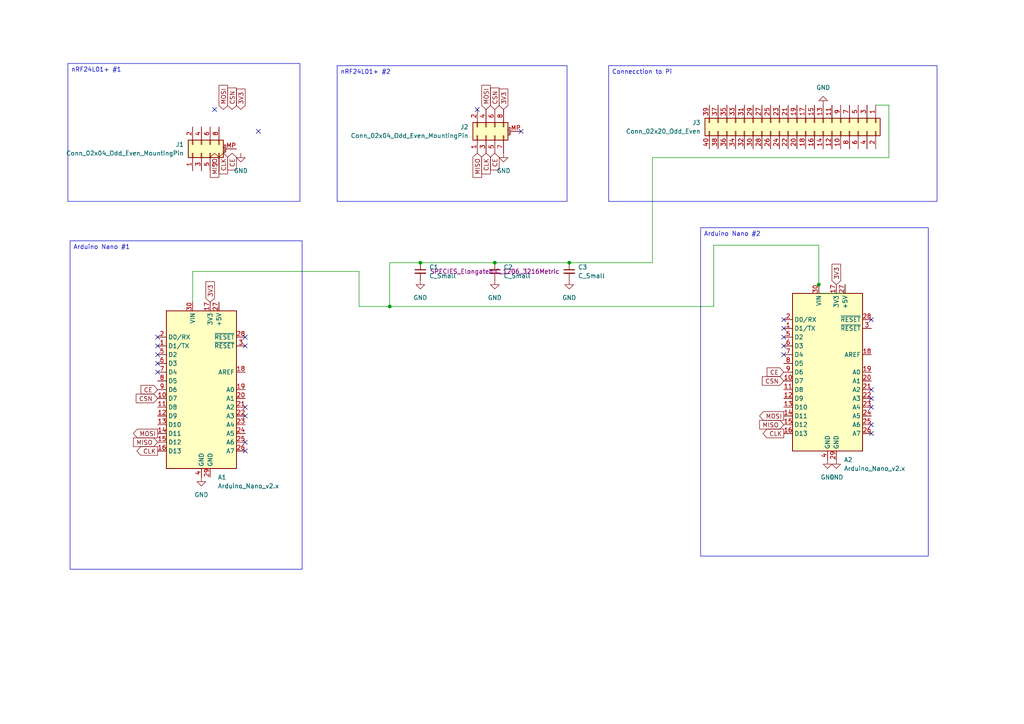
<source format=kicad_sch>
(kicad_sch (version 20231120) (generator "eeschema") (generator_version "8.0")
  (paper "A4")
  (lib_symbols
    (symbol "Connector_Generic:Conn_02x20_Odd_Even" (pin_names (offset 1.016) hide)
      (property "Reference" "J" (at 1.27 25.4 0))
      (property "Value" "Conn_02x20_Odd_Even" (at 1.27 -27.94 0))
      (symbol "Conn_02x20_Odd_Even_1_1"
        (rectangle (start -1.27 -25.273) (end 0 -25.527) (stroke (width 0.1524)))
        (rectangle (start -1.27 -22.733) (end 0 -22.987) (stroke (width 0.1524)))
        (rectangle (start -1.27 -20.193) (end 0 -20.447) (stroke (width 0.1524)))
        (rectangle (start -1.27 -17.653) (end 0 -17.907) (stroke (width 0.1524)))
        (rectangle (start -1.27 -15.113) (end 0 -15.367) (stroke (width 0.1524)))
        (rectangle (start -1.27 -12.573) (end 0 -12.827) (stroke (width 0.1524)))
        (rectangle (start -1.27 -10.033) (end 0 -10.287) (stroke (width 0.1524)))
        (rectangle (start -1.27 -7.493) (end 0 -7.747) (stroke (width 0.1524)))
        (rectangle (start -1.27 -4.953) (end 0 -5.207) (stroke (width 0.1524)))
        (rectangle (start -1.27 -2.413) (end 0 -2.667) (stroke (width 0.1524)))
        (rectangle (start -1.27 0.127) (end 0 -0.127) (stroke (width 0.1524)))
        (rectangle (start -1.27 2.667) (end 0 2.413) (stroke (width 0.1524)))
        (rectangle (start -1.27 5.207) (end 0 4.953) (stroke (width 0.1524)))
        (rectangle (start -1.27 7.747) (end 0 7.493) (stroke (width 0.1524)))
        (rectangle (start -1.27 10.287) (end 0 10.033) (stroke (width 0.1524)))
        (rectangle (start -1.27 12.827) (end 0 12.573) (stroke (width 0.1524)))
        (rectangle (start -1.27 15.367) (end 0 15.113) (stroke (width 0.1524)))
        (rectangle (start -1.27 17.907) (end 0 17.653) (stroke (width 0.1524)))
        (rectangle (start -1.27 20.447) (end 0 20.193) (stroke (width 0.1524)))
        (rectangle (start -1.27 22.987) (end 0 22.733) (stroke (width 0.1524)))
        (rectangle (start -1.27 24.13) (end 3.81 -26.67) (stroke (width 0.254)) (fill (type background)))
        (rectangle (start 3.81 -25.273) (end 2.54 -25.527) (stroke (width 0.1524)))
        (rectangle (start 3.81 -22.733) (end 2.54 -22.987) (stroke (width 0.1524)))
        (rectangle (start 3.81 -20.193) (end 2.54 -20.447) (stroke (width 0.1524)))
        (rectangle (start 3.81 -17.653) (end 2.54 -17.907) (stroke (width 0.1524)))
        (rectangle (start 3.81 -15.113) (end 2.54 -15.367) (stroke (width 0.1524)))
        (rectangle (start 3.81 -12.573) (end 2.54 -12.827) (stroke (width 0.1524)))
        (rectangle (start 3.81 -10.033) (end 2.54 -10.287) (stroke (width 0.1524)))
        (rectangle (start 3.81 -7.493) (end 2.54 -7.747) (stroke (width 0.1524)))
        (rectangle (start 3.81 -4.953) (end 2.54 -5.207) (stroke (width 0.1524)))
        (rectangle (start 3.81 -2.413) (end 2.54 -2.667) (stroke (width 0.1524)))
        (rectangle (start 3.81 0.127) (end 2.54 -0.127) (stroke (width 0.1524)))
        (rectangle (start 3.81 2.667) (end 2.54 2.413) (stroke (width 0.1524)))
        (rectangle (start 3.81 5.207) (end 2.54 4.953) (stroke (width 0.1524)))
        (rectangle (start 3.81 7.747) (end 2.54 7.493) (stroke (width 0.1524)))
        (rectangle (start 3.81 10.287) (end 2.54 10.033) (stroke (width 0.1524)))
        (rectangle (start 3.81 12.827) (end 2.54 12.573) (stroke (width 0.1524)))
        (rectangle (start 3.81 15.367) (end 2.54 15.113) (stroke (width 0.1524)))
        (rectangle (start 3.81 17.907) (end 2.54 17.653) (stroke (width 0.1524)))
        (rectangle (start 3.81 20.447) (end 2.54 20.193) (stroke (width 0.1524)))
        (rectangle (start 3.81 22.987) (end 2.54 22.733) (stroke (width 0.1524)))
        (pin passive line (at -5.08 22.86 0) (length 3.81) (name "Pin_1") (number "1"))
        (pin passive line (at 7.62 12.7 180) (length 3.81) (name "Pin_10") (number "10"))
        (pin passive line (at -5.08 10.16 0) (length 3.81) (name "Pin_11") (number "11"))
        (pin passive line (at 7.62 10.16 180) (length 3.81) (name "Pin_12") (number "12"))
        (pin passive line (at -5.08 7.62 0) (length 3.81) (name "Pin_13") (number "13"))
        (pin passive line (at 7.62 7.62 180) (length 3.81) (name "Pin_14") (number "14"))
        (pin passive line (at -5.08 5.08 0) (length 3.81) (name "Pin_15") (number "15"))
        (pin passive line (at 7.62 5.08 180) (length 3.81) (name "Pin_16") (number "16"))
        (pin passive line (at -5.08 2.54 0) (length 3.81) (name "Pin_17") (number "17"))
        (pin passive line (at 7.62 2.54 180) (length 3.81) (name "Pin_18") (number "18"))
        (pin passive line (at -5.08 0 0) (length 3.81) (name "Pin_19") (number "19"))
        (pin passive line (at 7.62 22.86 180) (length 3.81) (name "Pin_2") (number "2"))
        (pin passive line (at 7.62 0 180) (length 3.81) (name "Pin_20") (number "20"))
        (pin passive line (at -5.08 -2.54 0) (length 3.81) (name "Pin_21") (number "21"))
        (pin passive line (at 7.62 -2.54 180) (length 3.81) (name "Pin_22") (number "22"))
        (pin passive line (at -5.08 -5.08 0) (length 3.81) (name "Pin_23") (number "23"))
        (pin passive line (at 7.62 -5.08 180) (length 3.81) (name "Pin_24") (number "24"))
        (pin passive line (at -5.08 -7.62 0) (length 3.81) (name "Pin_25") (number "25"))
        (pin passive line (at 7.62 -7.62 180) (length 3.81) (name "Pin_26") (number "26"))
        (pin passive line (at -5.08 -10.16 0) (length 3.81) (name "Pin_27") (number "27"))
        (pin passive line (at 7.62 -10.16 180) (length 3.81) (name "Pin_28") (number "28"))
        (pin passive line (at -5.08 -12.7 0) (length 3.81) (name "Pin_29") (number "29"))
        (pin passive line (at -5.08 20.32 0) (length 3.81) (name "Pin_3") (number "3"))
        (pin passive line (at 7.62 -12.7 180) (length 3.81) (name "Pin_30") (number "30"))
        (pin passive line (at -5.08 -15.24 0) (length 3.81) (name "Pin_31") (number "31"))
        (pin passive line (at 7.62 -15.24 180) (length 3.81) (name "Pin_32") (number "32"))
        (pin passive line (at -5.08 -17.78 0) (length 3.81) (name "Pin_33") (number "33"))
        (pin passive line (at 7.62 -17.78 180) (length 3.81) (name "Pin_34") (number "34"))
        (pin passive line (at -5.08 -20.32 0) (length 3.81) (name "Pin_35") (number "35"))
        (pin passive line (at 7.62 -20.32 180) (length 3.81) (name "Pin_36") (number "36"))
        (pin passive line (at -5.08 -22.86 0) (length 3.81) (name "Pin_37") (number "37"))
        (pin passive line (at 7.62 -22.86 180) (length 3.81) (name "Pin_38") (number "38"))
        (pin passive line (at -5.08 -25.4 0) (length 3.81) (name "Pin_39") (number "39"))
        (pin passive line (at 7.62 20.32 180) (length 3.81) (name "Pin_4") (number "4"))
        (pin passive line (at 7.62 -25.4 180) (length 3.81) (name "Pin_40") (number "40"))
        (pin passive line (at -5.08 17.78 0) (length 3.81) (name "Pin_5") (number "5"))
        (pin passive line (at 7.62 17.78 180) (length 3.81) (name "Pin_6") (number "6"))
        (pin passive line (at -5.08 15.24 0) (length 3.81) (name "Pin_7") (number "7"))
        (pin passive line (at 7.62 15.24 180) (length 3.81) (name "Pin_8") (number "8"))
        (pin passive line (at -5.08 12.7 0) (length 3.81) (name "Pin_9") (number "9"))
      )
    )
    (symbol "Connector_Generic_MountingPin:Conn_02x04_Odd_Even_MountingPin" (pin_names (offset 1.016) hide)
      (property "Reference" "J" (at 1.27 5.08 0))
      (property "Value" "Conn_02x04_Odd_Even_MountingPin" (at 2.54 -7.62 0))
      (symbol "Conn_02x04_Odd_Even_MountingPin_1_1"
        (rectangle (start -1.27 -4.953) (end 0 -5.207) (stroke (width 0.1524)))
        (rectangle (start -1.27 -2.413) (end 0 -2.667) (stroke (width 0.1524)))
        (rectangle (start -1.27 0.127) (end 0 -0.127) (stroke (width 0.1524)))
        (rectangle (start -1.27 2.667) (end 0 2.413) (stroke (width 0.1524)))
        (rectangle (start -1.27 3.81) (end 3.81 -6.35) (stroke (width 0.254)) (fill (type background)))
        (polyline (pts (xy 0.254 -7.112) (xy 2.286 -7.112)) (stroke (width 0.1524)))
        (rectangle (start 3.81 -4.953) (end 2.54 -5.207) (stroke (width 0.1524)))
        (rectangle (start 3.81 -2.413) (end 2.54 -2.667) (stroke (width 0.1524)))
        (rectangle (start 3.81 0.127) (end 2.54 -0.127) (stroke (width 0.1524)))
        (rectangle (start 3.81 2.667) (end 2.54 2.413) (stroke (width 0.1524)))
        (text "Mounting" (at 1.27 -6.731 0) (effects (font (size 0.381 0.381))))
        (pin passive line (at -5.08 2.54 0) (length 3.81) (name "Pin_1") (number "1"))
        (pin passive line (at 7.62 2.54 180) (length 3.81) (name "Pin_2") (number "2"))
        (pin passive line (at -5.08 0 0) (length 3.81) (name "Pin_3") (number "3"))
        (pin passive line (at 7.62 0 180) (length 3.81) (name "Pin_4") (number "4"))
        (pin passive line (at -5.08 -2.54 0) (length 3.81) (name "Pin_5") (number "5"))
        (pin passive line (at 7.62 -2.54 180) (length 3.81) (name "Pin_6") (number "6"))
        (pin passive line (at -5.08 -5.08 0) (length 3.81) (name "Pin_7") (number "7"))
        (pin passive line (at 7.62 -5.08 180) (length 3.81) (name "Pin_8") (number "8"))
        (pin passive line (at 1.27 -10.16 90) (length 3.048) (name "MountPin") (number "MP"))
      )
    )
    (symbol "Device:C_Small" (pin_numbers hide) (pin_names (offset 0.254) hide)
      (property "Reference" "C" (at 0.254 1.778 0))
      (property "Value" "C_Small" (at 0.254 -2.032 0))
      (symbol "C_Small_0_1"
        (polyline (pts (xy -1.524 -0.508) (xy 1.524 -0.508)) (stroke (width 0.3302)))
        (polyline (pts (xy -1.524 0.508) (xy 1.524 0.508)) (stroke (width 0.3048)))
      )
      (symbol "C_Small_1_1"
        (pin passive line (at 0 2.54 270) (length 2.032) (name "~") (number "1"))
        (pin passive line (at 0 -2.54 90) (length 2.032) (name "~") (number "2"))
      )
    )
    (symbol "MCU_Module:Arduino_Nano_v2.x"
      (property "Reference" "A" (at -10.16 23.495 0))
      (property "Value" "Arduino_Nano_v2.x" (at 5.08 -24.13 0))
      (symbol "Arduino_Nano_v2.x_0_1"
        (rectangle (start -10.16 22.86) (end 10.16 -22.86) (stroke (width 0.254)) (fill (type background)))
      )
      (symbol "Arduino_Nano_v2.x_1_1"
        (pin bidirectional line (at -12.7 12.7 0) (length 2.54) (name "D1/TX") (number "1"))
        (pin bidirectional line (at -12.7 -2.54 0) (length 2.54) (name "D7") (number "10"))
        (pin bidirectional line (at -12.7 -5.08 0) (length 2.54) (name "D8") (number "11"))
        (pin bidirectional line (at -12.7 -7.62 0) (length 2.54) (name "D9") (number "12"))
        (pin bidirectional line (at -12.7 -10.16 0) (length 2.54) (name "D10") (number "13"))
        (pin bidirectional line (at -12.7 -12.7 0) (length 2.54) (name "D11") (number "14"))
        (pin bidirectional line (at -12.7 -15.24 0) (length 2.54) (name "D12") (number "15"))
        (pin bidirectional line (at -12.7 -17.78 0) (length 2.54) (name "D13") (number "16"))
        (pin power_out line (at 2.54 25.4 270) (length 2.54) (name "3V3") (number "17"))
        (pin input line (at 12.7 5.08 180) (length 2.54) (name "AREF") (number "18"))
        (pin bidirectional line (at 12.7 0 180) (length 2.54) (name "A0") (number "19"))
        (pin bidirectional line (at -12.7 15.24 0) (length 2.54) (name "D0/RX") (number "2"))
        (pin bidirectional line (at 12.7 -2.54 180) (length 2.54) (name "A1") (number "20"))
        (pin bidirectional line (at 12.7 -5.08 180) (length 2.54) (name "A2") (number "21"))
        (pin bidirectional line (at 12.7 -7.62 180) (length 2.54) (name "A3") (number "22"))
        (pin bidirectional line (at 12.7 -10.16 180) (length 2.54) (name "A4") (number "23"))
        (pin bidirectional line (at 12.7 -12.7 180) (length 2.54) (name "A5") (number "24"))
        (pin bidirectional line (at 12.7 -15.24 180) (length 2.54) (name "A6") (number "25"))
        (pin bidirectional line (at 12.7 -17.78 180) (length 2.54) (name "A7") (number "26"))
        (pin power_out line (at 5.08 25.4 270) (length 2.54) (name "+5V") (number "27"))
        (pin input line (at 12.7 15.24 180) (length 2.54) (name "~{RESET}") (number "28"))
        (pin power_in line (at 2.54 -25.4 90) (length 2.54) (name "GND") (number "29"))
        (pin input line (at 12.7 12.7 180) (length 2.54) (name "~{RESET}") (number "3"))
        (pin power_in line (at -2.54 25.4 270) (length 2.54) (name "VIN") (number "30"))
        (pin power_in line (at 0 -25.4 90) (length 2.54) (name "GND") (number "4"))
        (pin bidirectional line (at -12.7 10.16 0) (length 2.54) (name "D2") (number "5"))
        (pin bidirectional line (at -12.7 7.62 0) (length 2.54) (name "D3") (number "6"))
        (pin bidirectional line (at -12.7 5.08 0) (length 2.54) (name "D4") (number "7"))
        (pin bidirectional line (at -12.7 2.54 0) (length 2.54) (name "D5") (number "8"))
        (pin bidirectional line (at -12.7 0 0) (length 2.54) (name "D6") (number "9"))
      )
    )
    (symbol "power:GND" (power) (pin_numbers hide) (pin_names (offset 0) hide)
      (property "Value" "GND" (at 0 -3.81 0))
      (symbol "GND_0_1"
        (polyline (pts (xy 0 0) (xy 0 -1.27) (xy 1.27 -1.27) (xy 0 -2.54) (xy -1.27 -1.27) (xy 0 -1.27)))
      )
      (symbol "GND_1_1"
        (pin power_in line (at 0 0 270) (length 0) (name "~") (number "1"))
      )
    )
  )
  (junction (at 143.51 76.2))
  (junction (at 237.49 82.55))
  (junction (at 121.92 76.2))
  (junction (at 165.1 76.2))
  (junction (at 113.03 88.9))
  (no_connect (at 45.72 100.33))
  (no_connect (at 227.33 95.25))
  (no_connect (at 138.43 31.75))
  (no_connect (at 252.73 92.71))
  (no_connect (at 71.12 97.79))
  (no_connect (at 227.33 97.79))
  (no_connect (at 252.73 125.73))
  (no_connect (at 45.72 105.41))
  (no_connect (at 74.93 38.1))
  (no_connect (at 71.12 120.65))
  (no_connect (at 45.72 102.87))
  (no_connect (at 227.33 92.71))
  (no_connect (at 45.72 107.95))
  (no_connect (at 62.23 31.75))
  (no_connect (at 71.12 130.81))
  (no_connect (at 71.12 128.27))
  (no_connect (at 151.13 38.1))
  (no_connect (at 71.12 100.33))
  (no_connect (at 71.12 118.11))
  (no_connect (at 227.33 100.33))
  (no_connect (at 252.73 113.03))
  (no_connect (at 227.33 102.87))
  (no_connect (at 252.73 123.19))
  (no_connect (at 252.73 118.11))
  (no_connect (at 45.72 97.79))
  (no_connect (at 252.73 115.57))
  (wire (pts (xy 237.49 71.12) (xy 237.49 82.55)))
  (wire (pts (xy 245.11 85.09) (xy 245.11 82.55)))
  (wire (pts (xy 189.23 45.72) (xy 257.81 45.72)))
  (wire (pts (xy 143.51 76.2) (xy 165.1 76.2)))
  (wire (pts (xy 121.92 76.2) (xy 143.51 76.2)))
  (wire (pts (xy 257.81 30.48) (xy 257.81 45.72)))
  (wire (pts (xy 104.14 78.74) (xy 104.14 88.9)))
  (wire (pts (xy 237.49 85.09) (xy 245.11 85.09)))
  (wire (pts (xy 113.03 76.2) (xy 113.03 88.9)))
  (wire (pts (xy 104.14 88.9) (xy 113.03 88.9)))
  (wire (pts (xy 113.03 88.9) (xy 207.01 88.9)))
  (wire (pts (xy 165.1 76.2) (xy 189.23 76.2)))
  (wire (pts (xy 189.23 76.2) (xy 189.23 45.72)))
  (wire (pts (xy 254 30.48) (xy 257.81 30.48)))
  (wire (pts (xy 55.88 78.74) (xy 55.88 87.63)))
  (wire (pts (xy 207.01 88.9) (xy 207.01 71.12)))
  (wire (pts (xy 121.92 76.2) (xy 113.03 76.2)))
  (wire (pts (xy 237.49 82.55) (xy 237.49 85.09)))
  (wire (pts (xy 207.01 71.12) (xy 237.49 71.12)))
  (wire (pts (xy 104.14 78.74) (xy 55.88 78.74)))
  (text_box "Arduino Nano #2\n" (at 203.2 66.04 0) (size 66.04 95.25) (effects (font (size 1.27 1.27)) (justify left top)))
  (text_box "Arduino Nano #1\n" (at 20.32 69.85 0) (size 67.31 95.25) (effects (font (size 1.27 1.27)) (justify left top)))
  (text_box "nRF24L01+ #1\n" (at 19.685 18.415 0) (size 67.31 40.005) (effects (font (size 1.27 1.27)) (justify left top)))
  (text_box "nRF24L01+ #2" (at 97.79 19.05 0) (size 66.675 39.37) (effects (font (size 1.27 1.27)) (justify left top)))
  (text_box "Connecction to Pi" (at 176.53 19.05 0) (size 95.25 39.37) (effects (font (size 1.27 1.27)) (justify left top)))
  (global_label "CLK" (shape input) (at 64.77 44.45 270) (property "Intersheetrefs" "${INTERSHEET_REFS}" (effects (hide yes))))
  (global_label "CE" (shape input) (at 67.31 44.45 270) (property "Intersheetrefs" "${INTERSHEET_REFS}" (effects (hide yes))))
  (global_label "3V3" (shape input) (at 69.85 31.75 90) (property "Intersheetrefs" "${INTERSHEET_REFS}" (effects (hide yes))))
  (global_label "MISO" (shape input) (at 62.23 44.45 270) (property "Intersheetrefs" "${INTERSHEET_REFS}" (effects (hide yes))))
  (global_label "MOSI" (shape output) (at 45.72 125.73 180) (property "Intersheetrefs" "${INTERSHEET_REFS}" (effects (hide yes))))
  (global_label "CE" (shape input) (at 227.33 107.95 180) (property "Intersheetrefs" "${INTERSHEET_REFS}" (effects (hide yes))))
  (global_label "MOSI" (shape input) (at 140.97 31.75 90) (property "Intersheetrefs" "${INTERSHEET_REFS}" (effects (hide yes))))
  (global_label "MOSI" (shape output) (at 227.33 120.65 180) (property "Intersheetrefs" "${INTERSHEET_REFS}" (effects (hide yes))))
  (global_label "CLK" (shape output) (at 45.72 130.81 180) (property "Intersheetrefs" "${INTERSHEET_REFS}" (effects (hide yes))))
  (global_label "CSN" (shape input) (at 67.31 31.75 90) (property "Intersheetrefs" "${INTERSHEET_REFS}" (effects (hide yes))))
  (global_label "CSN" (shape input) (at 45.72 115.57 180) (property "Intersheetrefs" "${INTERSHEET_REFS}" (effects (hide yes))))
  (global_label "CSN" (shape input) (at 227.33 110.49 180) (property "Intersheetrefs" "${INTERSHEET_REFS}" (effects (hide yes))))
  (global_label "MISO" (shape input) (at 45.72 128.27 180) (property "Intersheetrefs" "${INTERSHEET_REFS}" (effects (hide yes))))
  (global_label "CE" (shape input) (at 45.72 113.03 180) (property "Intersheetrefs" "${INTERSHEET_REFS}" (effects (hide yes))))
  (global_label "CE" (shape input) (at 143.51 44.45 270) (property "Intersheetrefs" "${INTERSHEET_REFS}" (effects (hide yes))))
  (global_label "3V3" (shape input) (at 146.05 31.75 90) (property "Intersheetrefs" "${INTERSHEET_REFS}" (effects (hide yes))))
  (global_label "MISO" (shape input) (at 138.43 44.45 270) (property "Intersheetrefs" "${INTERSHEET_REFS}" (effects (hide yes))))
  (global_label "CLK" (shape output) (at 227.33 125.73 180) (property "Intersheetrefs" "${INTERSHEET_REFS}" (effects (hide yes))))
  (global_label "3V3" (shape input) (at 60.96 87.63 90) (property "Intersheetrefs" "${INTERSHEET_REFS}" (effects (hide yes))))
  (global_label "3V3" (shape input) (at 242.57 82.55 90) (property "Intersheetrefs" "${INTERSHEET_REFS}" (effects (hide yes))))
  (global_label "CSN" (shape input) (at 143.51 31.75 90) (property "Intersheetrefs" "${INTERSHEET_REFS}" (effects (hide yes))))
  (global_label "MOSI" (shape input) (at 64.77 31.75 90) (property "Intersheetrefs" "${INTERSHEET_REFS}" (effects (hide yes))))
  (global_label "CLK" (shape input) (at 140.97 44.45 270) (property "Intersheetrefs" "${INTERSHEET_REFS}" (effects (hide yes))))
  (global_label "MISO" (shape input) (at 227.33 123.19 180) (property "Intersheetrefs" "${INTERSHEET_REFS}" (effects (hide yes))))
  (symbol (lib_id "power:GND") (at 242.57 133.35 0) (unit 1)
    (property "Reference" "#PWR08" (effects (hide yes)))
    (property "Value" "GND" (at 242.57 138.43 0))
    (property "Description" "Power symbol creates a global label with name \"GND\" , ground" (effects (hide yes)))
  )
  (symbol (lib_id "Device:C_Small") (at 143.51 78.74 0) (unit 1)
    (property "Reference" "C2" (at 146.05 77.4762 0) (effects (justify left)))
    (property "Value" "C_Small" (at 146.05 80.0162 0) (effects (justify left)))
    (property "Footprint" "SPECIES_Elongated:C_1206_3216Metric" (at 143.51 78.74 0))
    (property "Description" "Unpolarized capacitor, small symbol" (effects (hide yes)))
  )
  (symbol (lib_id "power:GND") (at 58.42 138.43 0) (unit 1)
    (property "Reference" "#PWR03" (effects (hide yes)))
    (property "Value" "GND" (at 58.42 143.51 0))
    (property "Description" "Power symbol creates a global label with name \"GND\" , ground" (effects (hide yes)))
  )
  (symbol (lib_id "power:GND") (at 69.85 44.45 0) (unit 1)
    (property "Reference" "#PWR04" (effects (hide yes)))
    (property "Value" "GND" (at 69.85 49.53 0))
    (property "Description" "Power symbol creates a global label with name \"GND\" , ground" (effects (hide yes)))
  )
  (symbol (lib_id "MCU_Module:Arduino_Nano_v2.x") (at 240.03 107.95 0) (unit 1)
    (property "Reference" "A2" (at 244.7641 133.35 0) (effects (justify left)))
    (property "Value" "Arduino_Nano_v2.x" (at 244.7641 135.89 0) (effects (justify left)))
    (property "Footprint" "Module:Arduino_Nano" (effects (hide yes)))
    (property "Datasheet" "https://www.arduino.cc/en/uploads/Main/ArduinoNanoManual23.pdf" (effects (hide yes)))
    (property "Description" "Arduino Nano v2.x" (effects (hide yes)))
  )
  (symbol (lib_id "power:GND") (at 165.1 81.28 0) (unit 1)
    (property "Reference" "#PWR07" (effects (hide yes)))
    (property "Value" "GND" (at 165.1 86.36 0))
    (property "Description" "Power symbol creates a global label with name \"GND\" , ground" (effects (hide yes)))
  )
  (symbol (lib_id "Connector_Generic_MountingPin:Conn_02x04_Odd_Even_MountingPin") (at 58.42 44.45 90) (unit 1)
    (property "Reference" "J1" (at 53.34 41.9099 90) (effects (justify left)))
    (property "Value" "Conn_02x04_Odd_Even_MountingPin" (at 53.34 44.4499 90) (effects (justify left)))
    (property "Footprint" "Connector_PinSocket_2.54mm:PinSocket_2x04_P2.54mm_Vertical" (effects (hide yes)))
    (property "Description" "Generic connectable mounting pin connector, double row, 02x04, odd/even pin numbering scheme (row 1 odd numbers, row 2 even numbers), script generated (kicad-library-utils/schlib/autogen/connector/)" (effects (hide yes)))
  )
  (symbol (lib_id "power:GND") (at 238.76 30.48 180) (unit 1)
    (property "Reference" "#PWR09" (effects (hide yes)))
    (property "Value" "GND" (at 238.76 25.4 0))
    (property "Description" "Power symbol creates a global label with name \"GND\" , ground" (effects (hide yes)))
  )
  (symbol (lib_id "Connector_Generic:Conn_02x20_Odd_Even") (at 231.14 35.56 270) (unit 1)
    (property "Reference" "J3" (at 203.2 35.5599 90) (effects (justify right)))
    (property "Value" "Conn_02x20_Odd_Even" (at 203.2 38.0999 90) (effects (justify right)))
    (property "Footprint" "Connector_PinSocket_2.54mm:PinSocket_2x20_P2.54mm_Vertical" (effects (hide yes)))
    (property "Description" "Generic connector, double row, 02x20, odd/even pin numbering scheme (row 1 odd numbers, row 2 even numbers), script generated (kicad-library-utils/schlib/autogen/connector/)" (effects (hide yes)))
  )
  (symbol (lib_id "Device:C_Small") (at 165.1 78.74 0) (unit 1)
    (property "Reference" "C3" (at 167.64 77.4762 0) (effects (justify left)))
    (property "Value" "C_Small" (at 167.64 80.0162 0) (effects (justify left)))
    (property "Footprint" "SPECIES_Elongated:C_1206_3216Metric" (effects (hide yes)))
    (property "Description" "Unpolarized capacitor, small symbol" (effects (hide yes)))
  )
  (symbol (lib_id "Device:C_Small") (at 121.92 78.74 0) (unit 1)
    (property "Reference" "C1" (at 124.46 77.4762 0) (effects (justify left)))
    (property "Value" "C_Small" (at 124.46 80.0162 0) (effects (justify left)))
    (property "Footprint" "SPECIES_Elongated:C_1206_3216Metric" (effects (hide yes)))
    (property "Description" "Unpolarized capacitor, small symbol" (effects (hide yes)))
  )
  (symbol (lib_id "power:GND") (at 121.92 81.28 0) (unit 1)
    (property "Reference" "#PWR05" (effects (hide yes)))
    (property "Value" "GND" (at 121.92 86.36 0))
    (property "Description" "Power symbol creates a global label with name \"GND\" , ground" (effects (hide yes)))
  )
  (symbol (lib_id "power:GND") (at 143.51 81.28 0) (unit 1)
    (property "Reference" "#PWR06" (effects (hide yes)))
    (property "Value" "GND" (at 143.51 86.36 0))
    (property "Description" "Power symbol creates a global label with name \"GND\" , ground" (effects (hide yes)))
  )
  (symbol (lib_id "power:GND") (at 146.05 44.45 0) (unit 1)
    (property "Reference" "#PWR01" (effects (hide yes)))
    (property "Value" "GND" (at 146.05 49.53 0))
    (property "Description" "Power symbol creates a global label with name \"GND\" , ground" (effects (hide yes)))
  )
  (symbol (lib_id "MCU_Module:Arduino_Nano_v2.x") (at 58.42 113.03 0) (unit 1)
    (property "Reference" "A1" (at 63.1541 138.43 0) (effects (justify left)))
    (property "Value" "Arduino_Nano_v2.x" (at 63.1541 140.97 0) (effects (justify left)))
    (property "Footprint" "Module:Arduino_Nano" (effects (hide yes)))
    (property "Datasheet" "https://www.arduino.cc/en/uploads/Main/ArduinoNanoManual23.pdf" (effects (hide yes)))
    (property "Description" "Arduino Nano v2.x" (effects (hide yes)))
  )
  (symbol (lib_id "power:GND") (at 240.03 133.35 0) (unit 1)
    (property "Reference" "#PWR02" (effects (hide yes)))
    (property "Value" "GND" (at 240.03 138.43 0))
    (property "Description" "Power symbol creates a global label with name \"GND\" , ground" (effects (hide yes)))
  )
  (symbol (lib_id "Connector_Generic_MountingPin:Conn_02x04_Odd_Even_MountingPin") (at 140.97 39.37 90) (unit 1)
    (property "Reference" "J2" (at 135.89 36.8299 90) (effects (justify left)))
    (property "Value" "Conn_02x04_Odd_Even_MountingPin" (at 135.89 39.3699 90) (effects (justify left)))
    (property "Footprint" "Connector_PinSocket_2.54mm:PinSocket_2x04_P2.54mm_Vertical" (effects (hide yes)))
    (property "Description" "Generic connectable mounting pin connector, double row, 02x04, odd/even pin numbering scheme (row 1 odd numbers, row 2 even numbers), script generated (kicad-library-utils/schlib/autogen/connector/)" (effects (hide yes)))
  )
)
</source>
